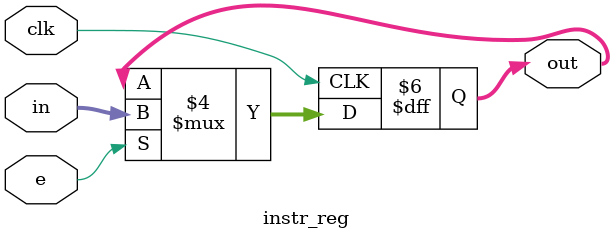
<source format=v>
module controlpath (k, ctrl_word, rom_addr, status, clk);
	output [63:0] k;										// constant bus
	output [38:0] ctrl_word;							// control word output
	input [31:0] rom_addr;								// rom address input
	input [3:0] status;									// alu status
	input clk;												// clock
	
	wire [31:0] rom_out;
	wire [31:0] ir_in;
	wire [31:0] i;
	
	wire ir_w;
	assign ir_w = ctrl_word[1];
	
	wire ir_en;
	assign ir_en = ctrl_word[2];
	
	assign ir_in = ir_en ? rom_out : 32'bz;			// rom output tristate buffer

	rom_case 	 rom (rom_out, rom_addr);
	instr_reg    ir  (i, ir_in, ir_w, clk);
	control_unit cu  (ctrl_word, k, i, status, clk);

endmodule 

module instr_reg (out, in, e, clk);
	output reg [31:0] out;
	input [31:0] in;
	input e;
	input clk;
	
	always @(posedge clk) begin
		if (e == 1'b1)
			out <= in;
		else 
			out <= out;
	end
endmodule 
</source>
